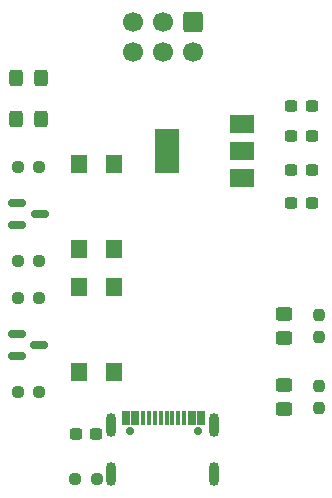
<source format=gts>
%TF.GenerationSoftware,KiCad,Pcbnew,7.0.7*%
%TF.CreationDate,2023-09-20T03:29:36+03:00*%
%TF.ProjectId,TPB v1.1,54504220-7631-42e3-912e-6b696361645f,rev?*%
%TF.SameCoordinates,Original*%
%TF.FileFunction,Soldermask,Top*%
%TF.FilePolarity,Negative*%
%FSLAX46Y46*%
G04 Gerber Fmt 4.6, Leading zero omitted, Abs format (unit mm)*
G04 Created by KiCad (PCBNEW 7.0.7) date 2023-09-20 03:29:36*
%MOMM*%
%LPD*%
G01*
G04 APERTURE LIST*
G04 Aperture macros list*
%AMRoundRect*
0 Rectangle with rounded corners*
0 $1 Rounding radius*
0 $2 $3 $4 $5 $6 $7 $8 $9 X,Y pos of 4 corners*
0 Add a 4 corners polygon primitive as box body*
4,1,4,$2,$3,$4,$5,$6,$7,$8,$9,$2,$3,0*
0 Add four circle primitives for the rounded corners*
1,1,$1+$1,$2,$3*
1,1,$1+$1,$4,$5*
1,1,$1+$1,$6,$7*
1,1,$1+$1,$8,$9*
0 Add four rect primitives between the rounded corners*
20,1,$1+$1,$2,$3,$4,$5,0*
20,1,$1+$1,$4,$5,$6,$7,0*
20,1,$1+$1,$6,$7,$8,$9,0*
20,1,$1+$1,$8,$9,$2,$3,0*%
%AMOutline4P*
0 Free polygon, 4 corners , with rotation*
0 The origin of the aperture is its center*
0 number of corners: always 4*
0 $1 to $8 corner X, Y*
0 $9 Rotation angle, in degrees counterclockwise*
0 create outline with 4 corners*
4,1,4,$1,$2,$3,$4,$5,$6,$7,$8,$1,$2,$9*%
G04 Aperture macros list end*
%ADD10RoundRect,0.150000X-0.587500X-0.150000X0.587500X-0.150000X0.587500X0.150000X-0.587500X0.150000X0*%
%ADD11R,2.000000X1.500000*%
%ADD12R,2.000000X3.800000*%
%ADD13RoundRect,0.250000X0.450000X-0.325000X0.450000X0.325000X-0.450000X0.325000X-0.450000X-0.325000X0*%
%ADD14RoundRect,0.237500X0.300000X0.237500X-0.300000X0.237500X-0.300000X-0.237500X0.300000X-0.237500X0*%
%ADD15RoundRect,0.237500X-0.300000X-0.237500X0.300000X-0.237500X0.300000X0.237500X-0.300000X0.237500X0*%
%ADD16RoundRect,0.250000X-0.600000X0.600000X-0.600000X-0.600000X0.600000X-0.600000X0.600000X0.600000X0*%
%ADD17C,1.700000*%
%ADD18RoundRect,0.237500X0.250000X0.237500X-0.250000X0.237500X-0.250000X-0.237500X0.250000X-0.237500X0*%
%ADD19RoundRect,0.250000X-0.325000X-0.450000X0.325000X-0.450000X0.325000X0.450000X-0.325000X0.450000X0*%
%ADD20R,1.400000X1.600000*%
%ADD21RoundRect,0.237500X-0.237500X0.250000X-0.237500X-0.250000X0.237500X-0.250000X0.237500X0.250000X0*%
%ADD22RoundRect,0.237500X-0.250000X-0.237500X0.250000X-0.237500X0.250000X0.237500X-0.250000X0.237500X0*%
%ADD23RoundRect,0.250000X0.325000X0.450000X-0.325000X0.450000X-0.325000X-0.450000X0.325000X-0.450000X0*%
%ADD24C,0.700000*%
%ADD25Outline4P,-0.300000X-0.570000X0.300000X-0.570000X0.300000X0.570000X-0.300000X0.570000X0.000000*%
%ADD26Outline4P,-0.150000X-0.570000X0.150000X-0.570000X0.150000X0.570000X-0.150000X0.570000X0.000000*%
%ADD27O,0.900000X2.000000*%
G04 APERTURE END LIST*
D10*
%TO.C,Q2*%
X42400000Y-175640000D03*
X42400000Y-177540000D03*
X44275000Y-176590000D03*
%TD*%
D11*
%TO.C,U2*%
X61450000Y-162500000D03*
X61450000Y-160200000D03*
D12*
X55150000Y-160200000D03*
D11*
X61450000Y-157900000D03*
%TD*%
D13*
%TO.C,D1*%
X65000000Y-176025000D03*
X65000000Y-173975000D03*
%TD*%
D10*
%TO.C,Q1*%
X42462500Y-164550000D03*
X42462500Y-166450000D03*
X44337500Y-165500000D03*
%TD*%
D14*
%TO.C,C1*%
X49122500Y-184150000D03*
X47397500Y-184150000D03*
%TD*%
D15*
%TO.C,C4*%
X65667500Y-156390000D03*
X67392500Y-156390000D03*
%TD*%
D16*
%TO.C,J1*%
X57295000Y-149247500D03*
D17*
X57295000Y-151787500D03*
X54755000Y-149247500D03*
X54755000Y-151787500D03*
X52215000Y-149247500D03*
X52215000Y-151787500D03*
%TD*%
D18*
%TO.C,R4*%
X44312500Y-169500000D03*
X42487500Y-169500000D03*
%TD*%
D19*
%TO.C,R10*%
X42375000Y-157500000D03*
X44425000Y-157500000D03*
%TD*%
D15*
%TO.C,C6*%
X65667500Y-164600000D03*
X67392500Y-164600000D03*
%TD*%
D20*
%TO.C,SW2*%
X47680000Y-178860000D03*
X47680000Y-171660000D03*
X50680000Y-178860000D03*
X50680000Y-171660000D03*
%TD*%
D18*
%TO.C,R1*%
X49172500Y-187960000D03*
X47347500Y-187960000D03*
%TD*%
D21*
%TO.C,R8*%
X68000000Y-174087500D03*
X68000000Y-175912500D03*
%TD*%
D22*
%TO.C,R3*%
X42487500Y-172590000D03*
X44312500Y-172590000D03*
%TD*%
D23*
%TO.C,D3*%
X44425000Y-154000000D03*
X42375000Y-154000000D03*
%TD*%
D20*
%TO.C,SW1*%
X47680000Y-168470000D03*
X47680000Y-161270000D03*
X50680000Y-168470000D03*
X50680000Y-161270000D03*
%TD*%
D21*
%TO.C,R9*%
X68000000Y-180087500D03*
X68000000Y-181912500D03*
%TD*%
D18*
%TO.C,R5*%
X44312500Y-180590000D03*
X42487500Y-180590000D03*
%TD*%
%TO.C,R2*%
X44312500Y-161500000D03*
X42487500Y-161500000D03*
%TD*%
D15*
%TO.C,C5*%
X65667500Y-158930000D03*
X67392500Y-158930000D03*
%TD*%
D13*
%TO.C,D2*%
X65000000Y-182025000D03*
X65000000Y-179975000D03*
%TD*%
D15*
%TO.C,C7*%
X65667500Y-161770000D03*
X67392500Y-161770000D03*
%TD*%
D24*
%TO.C,CN1*%
X51975000Y-183877313D03*
X57775000Y-183877313D03*
D25*
X51645000Y-182797313D03*
X52445000Y-182797313D03*
D26*
X53595000Y-182797313D03*
X54595000Y-182797313D03*
X55095000Y-182797313D03*
X56095000Y-182797313D03*
D25*
X58045000Y-182797313D03*
X57245000Y-182797313D03*
D26*
X56595000Y-182797313D03*
X55595000Y-182797313D03*
X54095000Y-182797313D03*
X53095000Y-182797313D03*
D27*
X50425000Y-183387313D03*
X59075000Y-183387313D03*
X50425000Y-187557313D03*
X59075000Y-187557313D03*
%TD*%
M02*

</source>
